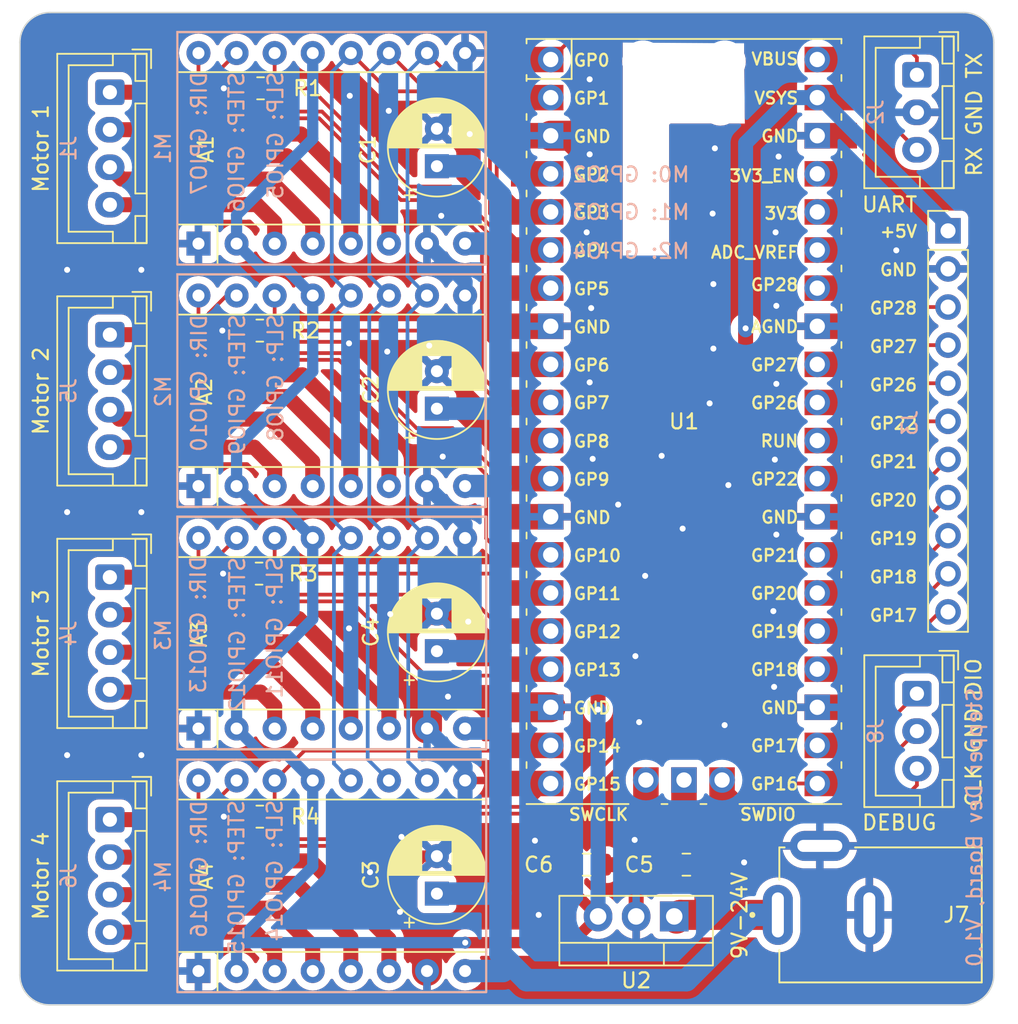
<source format=kicad_pcb>
(kicad_pcb (version 20221018) (generator pcbnew)
  (layers (0 "F.Cu" signal) (31 "B.Cu" signal) (34 "B.Paste" user) (35 "F.Paste" user) (36 "B.SilkS" user "B.Silkscreen") (37 "F.SilkS" user "F.Silkscreen") (38 "B.Mask" user) (39 "F.Mask" user) (44 "Edge.Cuts" user))
  (net 0 "")
  (net 1 "Net-(A2-A2)")
  (net 2 "Net-(A2-A1)")
  (net 3 "VDC")
  (net 4 "Net-(J2-Pin_3)")
  (net 5 "Net-(J2-Pin_1)")
  (net 11 "Net-(J3-Pin_3)")
  (net 12 "Net-(J3-Pin_4)")
  (net 13 "Net-(J3-Pin_5)")
  (net 14 "Net-(A1-A2)")
  (net 15 "Net-(A1-A1)")
  (net 16 "Net-(A1-B1)")
  (net 17 "Net-(A1-B2)")
  (net 18 "GND")
  (net 19 "+5V")
  (net 20 "/M0")
  (net 21 "/M1")
  (net 22 "/M2")
  (net 23 "Net-(A2-B1)")
  (net 24 "Net-(A2-B2)")
  (net 25 "Net-(A3-A2)")
  (net 26 "Net-(A3-A1)")
  (net 27 "Net-(A3-B1)")
  (net 28 "Net-(A3-B2)")
  (net 29 "Net-(A4-A2)")
  (net 30 "Net-(A4-A1)")
  (net 31 "Net-(A4-B1)")
  (net 32 "Net-(A4-B2)")
  (net 33 "/M1_SLP")
  (net 34 "/M1_STEP")
  (net 35 "/M1_DIR")
  (net 36 "/M2_SLP")
  (net 37 "/M2_STEP")
  (net 38 "/M2_DIR")
  (net 39 "/M3_DIR")
  (net 40 "/M3_STEP")
  (net 41 "/M3_SLP")
  (net 42 "/M4_DIR")
  (net 43 "/M4_STEP")
  (net 44 "/M4_SLP")
  (net 45 "Net-(J8-Pin_3)")
  (net 46 "Net-(J3-Pin_6)")
  (net 47 "Net-(J3-Pin_7)")
  (net 48 "Net-(J3-Pin_8)")
  (net 49 "Net-(J3-Pin_9)")
  (net 50 "Net-(J3-Pin_10)")
  (net 51 "Net-(J3-Pin_11)")
  (net 52 "Net-(J8-Pin_1)")
  (net 53 "Net-(J8-Pin_2)")
  (footprint "Resistor_SMD:R_0805_2012Metric_Pad1.20x1.40mm_HandSolder" (layer "F.Cu") (at 145.65 102.4 180)
    (fp_text reference "R4")
    (fp_text value "4.7k")
  )
  (footprint "Capacitor_THT:CP_Radial_D6.3mm_P2.50mm" (layer "F.Cu") (at 157.46 91.369046 90)
    (fp_text reference "C4")
    (fp_text value "100uf")
  )
  (footprint "Package_TO_SOT_THT:TO-220-3_Vertical" (layer "F.Cu") (at 173.29 109.05 180)
    (fp_text reference "U2")
    (fp_text value "L7805")
  )
  (footprint "Connector_JST:JST_XH_B4B-XH-A_1x04_P2.50mm_Vertical" (layer "F.Cu") (at 135.65 54.11 -90)
    (fp_text reference "J1")
    (fp_text value "Motor 1")
  )
  (footprint "Fiducial:Fiducial_1mm_Mask2mm" (layer "F.Cu") (at 131.4 50.4)
    (fp_text reference "FID1" hide)
    (fp_text value "Fiducial")
  )
  (footprint "devboard:GRAVITECH_CON-SOCJ-2155" (layer "F.Cu") (at 186.3 108.95 180)
    (fp_text reference "J7")
    (fp_text value "CON-SOCJ-2155")
  )
  (footprint "Connector_JST:JST_XH_B4B-XH-A_1x04_P2.50mm_Vertical" (layer "F.Cu") (at 135.65 70.273333 -90)
    (fp_text reference "J5")
    (fp_text value "Motor 2")
  )
  (footprint "Module:Pololu_Breakout-16_15.2x20.3mm" (layer "F.Cu") (at 141.56 80.363333 90)
    (fp_text reference "A2")
    (fp_text value "Pololu_Breakout_DRV8825")
  )
  (footprint "Resistor_SMD:R_0805_2012Metric_Pad1.20x1.40mm_HandSolder" (layer "F.Cu") (at 145.6 86.2 180)
    (fp_text reference "R3")
    (fp_text value "4.7k")
  )
  (footprint "Capacitor_THT:CP_Radial_D6.3mm_P2.50mm" (layer "F.Cu") (at 157.46 107.53238 90)
    (fp_text reference "C3")
    (fp_text value "100uf")
  )
  (footprint "Capacitor_SMD:C_0805_2012Metric_Pad1.18x1.45mm_HandSolder" (layer "F.Cu") (at 174.1 105.6 180)
    (fp_text reference "C5")
    (fp_text value "0.33uf")
  )
  (footprint "Connector_JST:JST_XH_B4B-XH-A_1x04_P2.50mm_Vertical" (layer "F.Cu") (at 135.65 102.6 -90)
    (fp_text reference "J6")
    (fp_text value "Motor 4")
  )
  (footprint "Module:Pololu_Breakout-16_15.2x20.3mm" (layer "F.Cu") (at 141.56 64.2 90)
    (fp_text reference "A1")
    (fp_text value "Pololu_Breakout_DRV8825")
  )
  (footprint "Capacitor_THT:CP_Radial_D6.3mm_P2.50mm" (layer "F.Cu") (at 157.46 75.205713 90)
    (fp_text reference "C2")
    (fp_text value "100uf")
  )
  (footprint "Module:Pololu_Breakout-16_15.2x20.3mm" (layer "F.Cu") (at 141.56 96.526666 90)
    (fp_text reference "A3")
    (fp_text value "Pololu_Breakout_DRV8825")
  )
  (footprint "Resistor_SMD:R_0805_2012Metric_Pad1.20x1.40mm_HandSolder" (layer "F.Cu") (at 145.7 53.85 180)
    (fp_text reference "R1")
    (fp_text value "4.7k")
  )
  (footprint "Resistor_SMD:R_0805_2012Metric_Pad1.20x1.40mm_HandSolder" (layer "F.Cu") (at 145.65 70 180)
    (fp_text reference "R2")
    (fp_text value "4.7k")
  )
  (footprint "Capacitor_SMD:C_0805_2012Metric_Pad1.18x1.45mm_HandSolder" (layer "F.Cu") (at 167.45 105.6)
    (fp_text reference "C6")
    (fp_text value "0.1uf")
  )
  (footprint "MCU_RaspberryPi_and_Boards:RPi_Pico_SMD_TH" (layer "F.Cu") (at 173.94 76.06)
    (fp_text reference "U1")
    (fp_text value "Pico")
  )
  (footprint "Fiducial:Fiducial_1mm_Mask2mm" (layer "F.Cu") (at 175.45 60.15)
    (fp_text reference "FID3" hide)
    (fp_text value "Fiducial")
  )
  (footprint "Fiducial:Fiducial_1mm_Mask2mm" (layer "F.Cu") (at 192.5 112.2)
    (fp_text reference "FID2" hide)
    (fp_text value "Fiducial")
  )
  (footprint "Connector_PinHeader_2.54mm:PinHeader_1x11_P2.54mm_Vertical" (layer "F.Cu") (at 191.55 63.35)
    (fp_text reference "J3")
    (fp_text value "Conn_01x11")
  )
  (footprint "Module:Pololu_Breakout-16_15.2x20.3mm" (layer "F.Cu") (at 141.56 112.69 90)
    (fp_text reference "A4")
    (fp_text value "Pololu_Breakout_DRV8825")
  )
  (footprint "Connector_JST:JST_XH_B3B-XH-A_1x03_P2.50mm_Vertical" (layer "F.Cu") (at 189.475 52.95 -90)
    (fp_text reference "J2")
    (fp_text value "UART")
  )
  (footprint "Connector_JST:JST_XH_B4B-XH-A_1x04_P2.50mm_Vertical" (layer "F.Cu") (at 135.65 86.436666 -90)
    (fp_text reference "J4")
    (fp_text value "Motor 3")
  )
  (footprint "Connector_JST:JST_XH_B3B-XH-A_1x03_P2.50mm_Vertical" (layer "F.Cu") (at 189.475 94.2 -90)
    (fp_text reference "J8")
    (fp_text value "DEBUG")
  )
  (footprint "Capacitor_THT:CP_Radial_D6.3mm_P2.50mm" (layer "F.Cu") (at 157.46 59.04238 90)
    (fp_text reference "C1")
    (fp_text value "100uf")
  )
  (gr_rect (start 140.15 98.6) (end 160.75 114.1) (stroke (width 0.15)) (fill none) (layer "B.SilkS"))
  (gr_rect (start 140.15 50.1) (end 160.7 65.6) (stroke (width 0.15)) (fill none) (layer "B.SilkS"))
  (gr_rect (start 140.15 66.25) (end 160.7 81.75) (stroke (width 0.15)) (fill none) (layer "B.SilkS"))
  (gr_rect (start 140.15 82.4) (end 160.75 97.9) (stroke (width 0.15)) (fill none) (layer "B.SilkS"))
  (gr_line (start 194.6 50.8) (end 194.6 112.95) (stroke (width 0.1)) (layer "Edge.Cuts"))
  (gr_arc (start 131.65 114.95) (mid 130.235786 114.364214) (end 129.65 112.95) (stroke (width 0.1)) (layer "Edge.Cuts"))
  (gr_arc (start 129.65 50.8) (mid 130.235786 49.385786) (end 131.65 48.8) (stroke (width 0.1)) (layer "Edge.Cuts"))
  (gr_arc (start 194.6 112.95) (mid 194.014214 114.364214) (end 192.6 114.95) (stroke (width 0.1)) (layer "Edge.Cuts"))
  (gr_line (start 131.65 48.8) (end 192.6 48.8) (stroke (width 0.1)) (layer "Edge.Cuts"))
  (gr_line (start 129.65 112.95) (end 129.65 50.8) (stroke (width 0.1)) (layer "Edge.Cuts"))
  (gr_line (start 192.6 114.95) (end 131.65 114.95) (stroke (width 0.1)) (layer "Edge.Cuts"))
  (gr_arc (start 192.6 48.8) (mid 194.014214 49.385786) (end 194.6 50.8) (stroke (width 0.1)) (layer "Edge.Cuts"))
  (gr_text "Stepper Dev Board, V1.0" (at 193.9 93.7 90) (layer "B.SilkS") (effects (font (size 1 1)) (justify left bottom mirror)))
  (gr_text "GND" (at 188.25 65.95) (layer "F.SilkS") (effects (font (size 0.8 0.8))))
  (gr_text "GP21" (at 187.907143 78.75) (layer "F.SilkS") (effects (font (size 0.8 0.8))))
  (gr_text "+5V" (at 188.25 63.39) (layer "F.SilkS") (effects (font (size 0.8 0.8))))
  (gr_text "GP17" (at 187.907143 88.99) (layer "F.SilkS") (effects (font (size 0.8 0.8))))
  (gr_text "GP19" (at 187.907143 83.87) (layer "F.SilkS") (effects (font (size 0.8 0.8))))
  (gr_text "GP28" (at 187.907143 68.51) (layer "F.SilkS") (effects (font (size 0.8 0.8))))
  (gr_text "GP20" (at 187.907143 81.31) (layer "F.SilkS") (effects (font (size 0.8 0.8))))
  (gr_text "GP27" (at 187.907143 71.07) (layer "F.SilkS") (effects (font (size 0.8 0.8))))
  (gr_text "GP18" (at 187.907143 86.43) (layer "F.SilkS") (effects (font (size 0.8 0.8))))
  (gr_text "GP22" (at 187.907143 76.19) (layer "F.SilkS") (effects (font (size 0.8 0.8))))
  (gr_text "GP26" (at 187.907143 73.63) (layer "F.SilkS") (effects (font (size 0.8 0.8))))
  (segment (start 146.65 79.15) (end 145.273333 77.773333) (width 1) (layer "F.Cu") (net 1))
  (segment (start 146.64 80.363333) (end 146.64 79.16) (width 1) (layer "F.Cu") (net 1))
  (segment (start 145.273333 77.773333) (end 135.65 77.773333) (width 1) (layer "F.Cu") (net 1))
  (segment (start 146.64 79.16) (end 146.65 79.15) (width 1) (layer "F.Cu") (net 1))
  (segment (start 136.276667 75.9) (end 135.65 75.273333) (width 1) (layer "F.Cu") (net 2))
  (segment (start 149.18 80.363333) (end 149.18 78.73) (width 1) (layer "F.Cu") (net 2))
  (segment (start 149.18 78.73) (end 146.35 75.9) (width 1) (layer "F.Cu") (net 2))
  (segment (start 146.35 75.9) (end 136.276667 75.9) (width 1) (layer "F.Cu") (net 2))
  (segment (start 180.2 108.95) (end 175.1 108.95) (width 2) (layer "F.Cu") (net 3))
  (segment (start 173.689886 108.95) (end 173.439943 109.199943) (width 2) (layer "F.Cu") (net 3))
  (segment (start 175.1 108.95) (end 173.689886 108.95) (width 2) (layer "F.Cu") (net 3))
  (segment (start 175.1375 108.9125) (end 175.1 108.95) (width 1) (layer "F.Cu") (net 3))
  (segment (start 175.1375 105.6) (end 175.1375 108.9125) (width 1) (layer "F.Cu") (net 3))
  (segment (start 161.7 107.5) (end 161.7 111.55) (width 1.5) (layer "B.Cu") (net 3))
  (segment (start 161.7 80.4) (end 161.7 91.35) (width 1.5) (layer "B.Cu") (net 3))
  (segment (start 161.7 75.2) (end 161.7 80.4) (width 1.5) (layer "B.Cu") (net 3))
  (segment (start 161.694287 75.205713) (end 161.7 75.2) (width 1.5) (layer "B.Cu") (net 3))
  (segment (start 161.7 96.6) (end 161.7 107.5) (width 1.5) (layer "B.Cu") (net 3))
  (segment (start 157.46 59.04238) (end 159.69238 59.04238) (width 1.5) (layer "B.Cu") (net 3))
  (segment (start 159.34 64.2) (end 161.15 64.2) (width 1.5) (layer "B.Cu") (net 3))
  (segment (start 162.35 112.2) (end 163.45 113.3) (width 1.5) (layer "B.Cu") (net 3))
  (segment (start 159.34 112.69) (end 161.86 112.69) (width 1.5) (layer "B.Cu") (net 3))
  (segment (start 161.15 64.2) (end 161.7 64.75) (width 1.5) (layer "B.Cu") (net 3))
  (segment (start 159.69238 59.04238) (end 161.7 61.05) (width 1.5) (layer "B.Cu") (net 3))
  (segment (start 161.66762 107.53238) (end 161.7 107.5) (width 1.5) (layer "B.Cu") (net 3))
  (segment (start 161.663333 80.363333) (end 161.7 80.4) (width 1.5) (layer "B.Cu") (net 3))
  (segment (start 157.46 91.369046) (end 161.680954 91.369046) (width 1.5) (layer "B.Cu") (net 3))
  (segment (start 157.46 107.53238) (end 161.66762 107.53238) (width 1.5) (layer "B.Cu") (net 3))
  (segment (start 178.45 108.95) (end 180.2 108.95) (width 1.5) (layer "B.Cu") (net 3))
  (segment (start 161.7 111.55) (end 162.35 112.2) (width 1.5) (layer "B.Cu") (net 3))
  (segment (start 161.7 91.35) (end 161.7 96.6) (width 1.5) (layer "B.Cu") (net 3))
  (segment (start 174.1 113.3) (end 178.45 108.95) (width 1.5) (layer "B.Cu") (net 3))
  (segment (start 157.46 75.205713) (end 161.694287 75.205713) (width 1.5) (layer "B.Cu") (net 3))
  (segment (start 159.34 96.526666) (end 161.626666 96.526666) (width 1.5) (layer "B.Cu") (net 3))
  (segment (start 161.7 64.75) (end 161.7 75.2) (width 1.5) (layer "B.Cu") (net 3))
  (segment (start 163.45 113.3) (end 174.1 113.3) (width 1.5) (layer "B.Cu") (net 3))
  (segment (start 161.7 61.05) (end 161.7 64.75) (width 1.5) (layer "B.Cu") (net 3))
  (segment (start 161.626666 96.526666) (end 161.7 96.6) (width 1.5) (layer "B.Cu") (net 3))
  (segment (start 161.680954 91.369046) (end 161.7 91.35) (width 1.5) (layer "B.Cu") (net 3))
  (segment (start 159.34 80.363333) (end 161.663333 80.363333) (width 1.5) (layer "B.Cu") (net 3))
  (segment (start 161.86 112.69) (end 162.35 112.2) (width 1.5) (layer "B.Cu") (net 3))
  (segment (start 165.05 51.93) (end 166.88 50.1) (width 0.25) (layer "F.Cu") (net 4))
  (segment (start 186.15 50.1) (end 186.95 50.9) (width 0.25) (layer "F.Cu") (net 4))
  (segment (start 166.88 50.1) (end 186.15 50.1) (width 0.25) (layer "F.Cu") (net 4))
  (segment (start 186.95 55.425) (end 189.475 57.95) (width 0.25) (layer "F.Cu") (net 4))
  (segment (start 186.95 50.9) (end 186.95 55.425) (width 0.25) (layer "F.Cu") (net 4))
  (segment (start 189.475 57.95) (end 189.525 57.9) (width 0.25) (layer "F.Cu") (net 4))
  (segment (start 189.475 51.8) (end 189.475 52.95) (width 0.25) (layer "F.Cu") (net 5))
  (segment (start 162.55 49.65) (end 187.325 49.65) (width 0.25) (layer "F.Cu") (net 5))
  (segment (start 165.05 54.47) (end 162.17 54.47) (width 0.25) (layer "F.Cu") (net 5))
  (segment (start 161.75 50.45) (end 162.55 49.65) (width 0.25) (layer "F.Cu") (net 5))
  (segment (start 161.75 54.05) (end 161.75 50.45) (width 0.25) (layer "F.Cu") (net 5))
  (segment (start 162.17 54.47) (end 161.75 54.05) (width 0.25) (layer "F.Cu") (net 5))
  (segment (start 187.325 49.65) (end 189.475 51.8) (width 0.25) (layer "F.Cu") (net 5))
  (segment (start 182.83 67.17) (end 188.82 67.17) (width 0.25) (layer "F.Cu") (net 11))
  (segment (start 188.82 67.17) (end 190.08 68.43) (width 0.25) (layer "F.Cu") (net 11))
  (segment (start 190.08 68.43) (end 191.55 68.43) (width 0.25) (layer "F.Cu") (net 11))
  (segment (start 188.3 72.25) (end 189.58 70.97) (width 0.25) (layer "F.Cu") (net 12))
  (segment (start 189.58 70.97) (end 191.55 70.97) (width 0.25) (layer "F.Cu") (net 12))
  (segment (start 182.83 72.25) (end 188.3 72.25) (width 0.25) (layer "F.Cu") (net 12))
  (segment (start 182.83 74.79) (end 187.86 74.79) (width 0.25) (layer "F.Cu") (net 13))
  (segment (start 187.86 74.79) (end 189.14 73.51) (width 0.25) (layer "F.Cu") (net 13))
  (segment (start 189.14 73.51) (end 191.55 73.51) (width 0.25) (layer "F.Cu") (net 13))
  (segment (start 145.45 61.6) (end 146.64 62.79) (width 1) (layer "F.Cu") (net 14))
  (segment (start 146.64 62.79) (end 146.64 64.2) (width 1) (layer "F.Cu") (net 14))
  (segment (start 135.65 61.61) (end 144.69 61.61) (width 1) (layer "F.Cu") (net 14))
  (segment (start 144.69 61.61) (end 144.7 61.6) (width 1) (layer "F.Cu") (net 14))
  (segment (start 144.7 61.6) (end 145.45 61.6) (width 1) (layer "F.Cu") (net 14))
  (segment (start 149.18 64.2) (end 149.18 62.83) (width 1) (layer "F.Cu") (net 15))
  (segment (start 149.18 62.83) (end 146.25 59.9) (width 1) (layer "F.Cu") (net 15))
  (segment (start 136.44 59.9) (end 135.65 59.11) (width 1) (layer "F.Cu") (net 15))
  (segment (start 146.25 59.9) (end 136.44 59.9) (width 1) (layer "F.Cu") (net 15))
  (segment (start 147.45 58.35) (end 140.3 58.35) (width 1) (layer "F.Cu") (net 16))
  (segment (start 138.56 56.61) (end 135.65 56.61) (width 1) (layer "F.Cu") (net 16))
  (segment (start 140.3 58.35) (end 138.56 56.61) (width 1) (layer "F.Cu") (net 16))
  (segment (start 151.72 62.62) (end 147.45 58.35) (width 1) (layer "F.Cu") (net 16))
  (segment (start 151.72 64.2) (end 151.72 62.62) (width 1) (layer "F.Cu") (net 16))
  (segment (start 141.25 56.9) (end 138.46 54.11) (width 1) (layer "F.Cu") (net 17))
  (segment (start 138.46 54.11) (end 135.65 54.11) (width 1) (layer "F.Cu") (net 17))
  (segment (start 154.26 62.76) (end 148.4 56.9) (width 1) (layer "F.Cu") (net 17))
  (segment (start 148.4 56.9) (end 141.25 56.9) (width 1) (layer "F.Cu") (net 17))
  (segment (start 154.26 64.2) (end 154.26 62.76) (width 1) (layer "F.Cu") (net 17))
  (segment (start 157.46 88.869046) (end 159.019046 88.869046) (width 1.5) (layer "F.Cu") (net 18))
  (segment (start 159.019046 88.869046) (end 159.55 89.4) (width 1.5) (layer "F.Cu") (net 18))
  (segment (start 155.65 111.54) (end 155.65 109.4) (width 0.75) (layer "F.Cu") (net 18))
  (segment (start 166.41 57.01) (end 167.65 58.25) (width 2) (layer "F.Cu") (net 18))
  (segment (start 155.65 105.9) (end 156.51762 105.03238) (width 0.75) (layer "F.Cu") (net 18))
  (segment (start 156.51762 105.03238) (end 157.46 105.03238) (width 0.75) (layer "F.Cu") (net 18))
  (segment (start 182.83 57.01) (end 184.44 57.01) (width 0.25) (layer "F.Cu") (net 18))
  (segment (start 186.1 57) (end 188.75 59.65) (width 0.25) (layer "F.Cu") (net 18))
  (segment (start 165.05 57.01) (end 166.41 57.01) (width 2) (layer "F.Cu") (net 18))
  (segment (start 156.8 112.69) (end 155.65 111.54) (width 0.75) (layer "F.Cu") (net 18))
  (segment (start 191.15 59.65) (end 191.75 59.05) (width 0.25) (layer "F.Cu") (net 18))
  (segment (start 191.75 55.65) (end 191.55 55.45) (width 0.25) (layer "F.Cu") (net 18))
  (segment (start 191.75 59.05) (end 191.75 55.65) (width 0.25) (layer "F.Cu") (net 18))
  (segment (start 160.35 94.4) (end 158.2 94.4) (width 1) (layer "F.Cu") (net 18))
  (segment (start 161.7 95.11) (end 161.06 95.11) (width 1) (layer "F.Cu") (net 18))
  (segment (start 156.8 112.69) (end 156.8 110.55) (width 2) (layer "F.Cu") (net 18))
  (segment (start 155.65 109.4) (end 155 108.75) (width 0.75) (layer "F.Cu") (net 18))
  (segment (start 191.55 55.45) (end 189.475 55.45) (width 0.25) (layer "F.Cu") (net 18))
  (segment (start 144.7 53.85) (end 143.25 53.85) (width 0.25) (layer "F.Cu") (net 18))
  (segment (start 143.2 86.2) (end 144.6 86.2) (width 0.25) (layer "F.Cu") (net 18))
  (segment (start 144.65 70) (end 143.15 70) (width 0.25) (layer "F.Cu") (net 18))
  (segment (start 184.45 57) (end 186.1 57) (width 0.25) (layer "F.Cu") (net 18))
  (segment (start 165.05 95.11) (end 161.7 95.11) (width 2) (layer "F.Cu") (net 18))
  (segment (start 170.75 105.75) (end 170.9 105.6) (width 1) (layer "F.Cu") (net 18))
  (segment (start 170.9 105.6) (end 173.0625 105.6) (width 1) (layer "F.Cu") (net 18))
  (segment (start 154.380954 88.869046) (end 154.35 88.9) (width 1.5) (layer "F.Cu") (net 18))
  (segment (start 144.65 102.4) (end 143.25 102.4) (width 0.25) (layer "F.Cu") (net 18))
  (segment (start 157.46 88.869046) (end 154.380954 88.869046) (width 1.5) (layer "F.Cu") (net 18))
  (segment (start 156.8 94.7) (end 156.8 95.3) (width 1) (layer "F.Cu") (net 18))
  (segment (start 157.1 94.4) (end 156.8 94.7) (width 1) (layer "F.Cu") (net 18))
  (segment (start 168.4875 105.6) (end 170.9 105.6) (width 1) (layer "F.Cu") (net 18))
  (segment (start 188.75 59.65) (end 191.15 59.65) (width 0.25) (layer "F.Cu") (net 18))
  (segment (start 161.06 95.11) (end 160.35 94.4) (width 1) (layer "F.Cu") (net 18))
  (segment (start 170.75 109.05) (end 170.75 105.75) (width 1) (layer "F.Cu") (net 18))
  (segment (start 155.65 108.1) (end 155.65 105.9) (width 0.75) (layer "F.Cu") (net 18))
  (segment (start 155 108.75) (end 155.65 108.1) (width 0.75) (layer "F.Cu") (net 18))
  (segment (start 184.44 57.01) (end 184.45 57) (width 0.25) (layer "F.Cu") (net 18))
  (segment (start 156.8 96.526666) (end 156.8 95.3) (width 2) (layer "F.Cu") (net 18))
  (segment (start 158.2 94.4) (end 157.1 94.4) (width 1) (layer "F.Cu") (net 18))
  (via (at 167.65 73.45) (size 0.8) (drill 0.4) (layers "F.Cu" "B.Cu") (net 18))
  (via (at 180 78.6) (size 0.8) (drill 0.4) (layers "F.Cu" "B.Cu") (net 18))
  (via (at 132.8 82.1) (size 0.8) (drill 0.4) (layers "F.Cu" "B.Cu") (net 18))
  (via (at 176.9 80.3) (size 0.8) (drill 0.4) (layers "F.Cu" "B.Cu") (net 18))
  (via (at 179.95 93.75) (size 0.8) (drill 0.4) (layers "F.Cu" "B.Cu") (net 18))
  (via (at 151.6 89.85) (size 0.8) (drill 0.4) (layers "F.Cu" "B.Cu") (net 18))
  (via (at 153 106.1) (size 0.8) (drill 0.4) (layers "F.Cu" "B.Cu") (net 18))
  (via (at 143.25 102.4) (size 0.8) (drill 0.4) (layers "F.Cu" "B.Cu") (net 18))
  (via (at 132.8 98.3) (size 0.8) (drill 0.4) (layers "F.Cu" "B.Cu") (net 18))
  (via (at 157.85 78.4) (size 0.8) (drill 0.4) (layers "F.Cu" "B.Cu") (net 18))
  (via (at 170.65 103.95) (size 0.8) (drill 0.4) (layers "F.Cu" "B.Cu") (net 18))
  (via (at 188.1 64.65) (size 0.8) (drill 0.4) (layers "F.Cu" "B.Cu") (net 18))
  (via (at 171.35 86.35) (size 0.8) (drill 0.4) (layers "F.Cu" "B.Cu") (net 18))
  (via (at 176 57.85) (size 0.8) (drill 0.4) (layers "F.Cu" "B.Cu") (net 18))
  (via (at 143.25 53.85) (size 0.8) (drill 0.4) (layers "F.Cu" "B.Cu") (net 18))
  (via (at 137.75 98.3) (size 0.8) (drill 0.4) (layers "F.Cu" "B.Cu") (net 18))
  (via (at 167.75 68.5) (size 0.8) (drill 0.4) (layers "F.Cu" "B.Cu") (net 18))
  (via (at 179.9 88.7) (size 0.8) (drill 0.4) (layers "F.Cu" "B.Cu") (net 18))
  (via (at 175.9 71.2) (size 0.8) (drill 0.4) (layers "F.Cu" "B.Cu") (net 18))
  (via (at 157.75 62.35) (size 0.8) (drill 0.4) (layers "F.Cu" "B.Cu") (net 18))
  (via (at 155.1 103.75) (size 0.8) (drill 0.4) (layers "F.Cu" "B.Cu") (net 18))
  (via (at 158.2 94.4) (size 0.8) (drill 0.4) (layers "F.Cu" "B.Cu") (net 18))
  (via (at 180.1 73.55) (size 0.8) (drill 0.4) (layers "F.Cu" "B.Cu") (net 18))
  (via (at 170.7 91.7) (size 0.8) (drill 0.4) (layers "F.Cu" "B.Cu") (net 18))
  (via (at 137.75 65.95) (size 0.8) (drill 0.4) (layers "F.Cu" "B.Cu") (net 18))
  (via (at 175.9 66.9) (size 0.8) (drill 0.4) (layers "F.Cu" "B.Cu") (net 18))
  (via (at 164 104) (size 0.8) (drill 0.4) (layers "F.Cu" "B.Cu") (net 18))
  (via (at 167.65 53.25) (size 0.8) (drill 0.4) (layers "F.Cu" "B.Cu") (net 18))
  (via (at 154.35 88.9) (size 0.8) (drill 0.4) (layers "F.Cu" "B.Cu") (net 18))
  (via (at 175.65 74.85) (size 0.8) (drill 0.4) (layers "F.Cu" "B.Cu") (net 18))
  (via (at 180.05 63.45) (size 0.8) (drill 0.4) (layers "F.Cu" "B.Cu") (net 18))
  (via (at 173.85 83.2) (size 0.8) (drill 0.4) (layers "F.Cu" "B.Cu") (net 18))
  (via (at 180.25 58.4) (size 0.8) (drill 0.4) (layers "F.Cu" "B.Cu") (net 18))
  (via (at 159.65 56.9) (size 0.8) (drill 0.4) (layers "F.Cu" "B.Cu") (net 18))
  (via (at 172.45 78.35) (size 0.8) (drill 0.4) (layers "F.Cu" "B.Cu") (net 18))
  (via (at 132.8 65.95) (size 0.8) (drill 0.4) (layers "F.Cu" "B.Cu") (net 18))
  (via (at 167.65 58.25) (size 0.8) (drill 0.4) (layers "F.Cu" "B.Cu") (net 18))
  (via (at 137.75 82.1) (size 0.8) (drill 0.4) (layers "F.Cu" "B.Cu") (net 18))
  (via (at 180.1 83.6) (size 0.8) (drill 0.4) (layers "F.Cu" "B.Cu") (net 18))
  (via (at 151.65 54.35) (size 0.8) (drill 0.4) (layers "F.Cu" "B.Cu") (net 18))
  (via (at 170.95 96.1) (size 0.8) (drill 0.4) (layers "F.Cu" "B.Cu") (net 18))
  (via (at 175.85 62.2) (size 0.8) (drill 0.4) (layers "F.Cu" "B.Cu") (net 18))
  (via (at 156.95 71) (size 0.8) (drill 0.4) (layers "F.Cu" "B.Cu") (net 18))
  (via (at 167.85 78.55) (size 0.8) (drill 0.4) (layers "F.Cu" "B.Cu") (net 18))
  (via (at 154.25 55.35) (size 0.8) (drill 0.4) (layers "F.Cu" "B.Cu") (net 18))
  (via (at 169.55 81.6) (size 0.8) (drill 0.4) (layers "F.Cu" "B.Cu") (net 18))
  (via (at 177.95 105.45) (size 0.8) (drill 0.4) (layers "F.Cu" "B.Cu") (net 18))
  (via (at 176.65 96.3) (size 0.8) (drill 0.4) (layers "F.Cu" "B.Cu") (net 18))
  (via (at 151.6 70.85) (size 0.8) (drill 0.4) (layers "F.Cu" "B.Cu") (net 18))
  (via (at 167.45 63.45) (size 0.8) (drill 0.4) (layers "F.Cu" "B.Cu") (net 18))
  (via (at 164.25 108.95) (size 0.8) (drill 0.4) (layers "F.Cu" "B.Cu") (net 18))
  (via (at 143.15 70) (size 0.8) (drill 0.4) (layers "F.Cu" "B.Cu") (net 18))
  (via (at 143.2 86.2) (size 0.8) (drill 0.4) (layers "F.Cu" "B.Cu") (net 18))
  (via (at 159.55 89.4) (size 0.8) (drill 0.4) (layers "F.Cu" "B.Cu") (net 18))
  (via (at 180.1 68.35) (size 0.8) (drill 0.4) (layers "F.Cu" "B.Cu") (net 18))
  (via (at 155 108.75) (size 0.8) (drill 0.4) (layers "F.Cu" "B.Cu") (net 18))
  (via (at 154.15 71.4) (size 0.8) (drill 0.4) (layers "F.Cu" "B.Cu") (net 18))
  (segment (start 159.34 83.826666) (end 159.34 86.989046) (width 1) (layer "B.Cu") (net 18))
  (segment (start 159.34 86.989046) (end 157.46 88.869046) (width 1) (layer "B.Cu") (net 18))
  (segment (start 159.2 70.95) (end 159.34 70.81) (width 1) (layer "B.Cu") (net 18))
  (segment (start 159.20238 54.8) (end 159.3 54.8) (width 1) (layer "B.Cu") (net 18))
  (segment (start 159.34 82.903333) (end 156.8 80.363333) (width 1) (layer "B.Cu") (net 18))
  (segment (start 157.46 56.54238) (end 159.20238 54.8) (width 1) (layer "B.Cu") (net 18))
  (segment (start 159.34 99.066666) (end 156.8 96.526666) (width 1) (layer "B.Cu") (net 18))
  (segment (start 159.34 67.663333) (end 159.34 66.74) (width 1) (layer "B.Cu") (net 18))
  (segment (start 157.46 72.705713) (end 159.2 70.965713) (width 1) (layer "B.Cu") (net 18))
  (segment (start 159.34 99.99) (end 159.34 103.15238) (width 1) (layer "B.Cu") (net 18))
  (segment (start 159.34 103.15238) (end 157.46 105.03238) (width 1) (layer "B.Cu") (net 18))
  (segment (start 159.34 66.74) (end 156.8 64.2) (width 1) (layer "B.Cu") (net 18))
  (segment (start 159.34 99.99) (end 159.34 99.066666) (width 1) (layer "B.Cu") (net 18))
  (segment (start 159.2 70.965713) (end 159.2 70.95) (width 1) (layer "B.Cu") (net 18))
  (segment (start 159.34 83.826666) (end 159.34 82.903333) (width 1) (layer "B.Cu") (net 18))
  (segment (start 159.34 70.81) (end 159.34 67.663333) (width 1) (layer "B.Cu") (net 18))
  (segment (start 159.3 54.8) (end 159.34 54.76) (width 1) (layer "B.Cu") (net 18))
  (segment (start 159.34 54.76) (end 159.34 51.5) (width 1) (layer "B.Cu") (net 18))
  (segment (start 178.05 69.85) (end 178.05 76.1) (width 1) (layer "F.Cu") (net 19))
  (segment (start 166.4125 105.6) (end 166.4125 107.2525) (width 0.75) (layer "F.Cu") (net 19))
  (segment (start 178.05 76.1) (end 168.21 85.94) (width 1) (layer "F.Cu") (net 19))
  (segment (start 166.4125 107.2525) (end 168.21 109.05) (width 0.75) (layer "F.Cu") (net 19))
  (segment (start 168.21 85.94) (end 168.21 95.26) (width 1) (layer "F.Cu") (net 19))
  (segment (start 166.46 110.8) (end 168.21 109.05) (width 0.75) (layer "F.Cu") (net 19))
  (segment (start 159.35 110.8) (end 166.46 110.8) (width 0.75) (layer "F.Cu") (net 19))
  (via (at 178.05 69.85) (size 0.8) (drill 0.4) (layers "F.Cu" "B.Cu") (net 19))
  (via (at 168.21 95.26) (size 0.8) (drill 0.4) (layers "F.Cu" "B.Cu") (net 19))
  (via (at 159.35 110.8) (size 0.8) (drill 0.4) (layers "F.Cu" "B.Cu") (net 19))
  (segment (start 149.18 57.22) (end 149.18 51.5) (width 0.75) (layer "B.Cu") (net 19))
  (segment (start 159.35 110.8) (end 144.5 110.8) (width 0.75) (layer "B.Cu") (net 19))
  (segment (start 191.55 63.35) (end 192 63.35) (width 0.75) (layer "B.Cu") (net 19))
  (segment (start 146.225 60.175) (end 149.18 57.22) (width 0.75) (layer "B.Cu") (net 19))
  (segment (start 144.1 111.2) (end 144.1 110.8) (width 0.75) (layer "B.Cu") (net 19))
  (segment (start 144.1 64.2) (end 145.8 65.9) (width 0.75) (layer "B.Cu") (net 19))
  (segment (start 144.1 110.8) (end 149.18 105.72) (width 0.75) (layer "B.Cu") (net 19))
  (segment (start 147.44 98.25) (end 149.18 99.99) (width 0.75) (layer "B.Cu") (net 19))
  (segment (start 149.18 72.72) (end 149.18 67.663333) (width 0.75) (layer "B.Cu") (net 19))
  (segment (start 144.1 77.8) (end 149.18 72.72) (width 0.75) (layer "B.Cu") (net 19))
  (segment (start 178.05 57.5) (end 181.08 54.47) (width 1) (layer "B.Cu") (net 19))
  (segment (start 144.1 62.3) (end 144.1 64.2) (width 0.75) (layer "B.Cu") (net 19))
  (segment (start 182.83 54.47) (end 183.02 54.47) (width 1) (layer "B.Cu") (net 19))
  (segment (start 144.1 80.363333) (end 145.786667 82.05) (width 0.75) (layer "B.Cu") (net 19))
  (segment (start 147.416667 65.9) (end 149.18 67.663333) (width 0.75) (layer "B.Cu") (net 19))
  (segment (start 144.1 80.363333) (end 144.1 77.8) (width 0.75) (layer "B.Cu") (net 19))
  (segment (start 191.5 63.3) (end 191.55 63.35) (width 0.75) (layer "B.Cu") (net 19))
  (segment (start 145.786667 82.05) (end 147.403334 82.05) (width 0.75) (layer "B.Cu") (net 19))
  (segment (start 144.5 110.8) (end 144.1 111.2) (width 0.75) (layer "B.Cu") (net 19))
  (segment (start 149.18 105.72) (end 149.18 99.99) (width 0.75) (layer "B.Cu") (net 19))
  (segment (start 149.18 89.22) (end 149.18 83.826666) (width 0.75) (layer "B.Cu") (net 19))
  (segment (start 147.403334 82.05) (end 149.18 83.826666) (width 0.75) (layer "B.Cu") (net 19))
  (segment (start 144.1 112.69) (end 144.1 111.2) (width 0.75) (layer "B.Cu") (net 19))
  (segment (start 145.8 65.9) (end 147.416667 65.9) (width 0.75) (layer "B.Cu") (net 19))
  (segment (start 181.08 54.47) (end 182.83 54.47) (width 1) (layer "B.Cu") (net 19))
  (segment (start 178.05 69.85) (end 178.05 57.5) (width 1) (layer "B.Cu") (net 19))
  (segment (start 178.05 69.95) (end 178.05 69.85) (width 1) (layer "B.Cu") (net 19))
  (segment (start 146.225 60.175) (end 144.1 62.3) (width 0.75) (layer "B.Cu") (net 19))
  (segment (start 144.1 96.526666) (end 145.823334 98.25) (width 0.75) (layer "B.Cu") (net 19))
  (segment (start 191.55 63) (end 191.55 63.35) (width 1) (layer "B.Cu") (net 19))
  (segment (start 168.21 95.26) (end 168.21 109.05) (width 1) (layer "B.Cu") (net 19))
  (segment (start 144.1 94.3) (end 149.18 89.22) (width 0.75) (layer "B.Cu") (net 19))
  (segment (start 145.823334 98.25) (end 147.44 98.25) (width 0.75) (layer "B.Cu") (net 19))
  (segment (start 183.02 54.47) (end 191.55 63) (width 1) (layer "B.Cu") (net 19))
  (segment (start 144.1 96.526666) (end 144.1 94.3) (width 0.75) (layer "B.Cu") (net 19))
  (segment (start 163.44 59.55) (end 165.05 59.55) (width 0.25) (layer "F.Cu") (net 20))
  (segment (start 161.9 58.01) (end 163.44 59.55) (width 0.25) (layer "F.Cu") (net 20))
  (segment (start 156.8 51.5) (end 158.45 53.15) (width 0.25) (layer "F.Cu") (net 20))
  (segment (start 158.45 53.15) (end 160.172792 53.15) (width 0.25) (layer "F.Cu") (net 20))
  (segment (start 161.9 54.877208) (end 161.9 58.01) (width 0.25) (layer "F.Cu") (net 20))
  (segment (start 160.172792 53.15) (end 161.9 54.877208) (width 0.25) (layer "F.Cu") (net 20))
  (segment (start 155.55 85.076666) (end 155.55 98.74) (width 0.25) (layer "B.Cu") (net 20))
  (segment (start 156.8 51.5) (end 155.5 52.8) (width 0.25) (layer "B.Cu") (net 20))
  (segment (start 155.5 66.363333) (end 156.8 67.663333) (width 0.25) (layer "B.Cu") (net 20))
  (segment (start 155.55 98.74) (end 156.8 99.99) (width 0.25) (layer "B.Cu") (net 20))
  (segment (start 155.5 52.8) (end 155.5 66.363333) (width 0.25) (layer "B.Cu") (net 20))
  (segment (start 156.8 67.663333) (end 155.5 68.963333) (width 0.25) (layer "B.Cu") (net 20))
  (segment (start 155.5 68.963333) (end 155.5 82.526666) (width 0.25) (layer "B.Cu") (net 20))
  (segment (start 156.8 83.826666) (end 155.55 85.076666) (width 0.25) (layer "B.Cu") (net 20))
  (segment (start 155.5 82.526666) (end 156.8 83.826666) (width 0.25) (layer "B.Cu") (net 20))
  (segment (start 163.44 62.09) (end 165.05 62.09) (width 0.25) (layer "F.Cu") (net 21))
  (segment (start 156.36 53.6) (end 159.986396 53.6) (width 0.25) (layer "F.Cu") (net 21))
  (segment (start 161.45 60.1) (end 163.44 62.09) (width 0.25) (layer "F.Cu") (net 21))
  (segment (start 161.45 55.063604) (end 161.45 60.1) (width 0.25) (layer "F.Cu") (net 21))
  (segment (start 154.26 51.5) (end 156.36 53.6) (width 0.25) (layer "F.Cu") (net 21))
  (segment (start 159.986396 53.6) (end 161.45 55.063604) (width 0.25) (layer "F.Cu") (net 21))
  (segment (start 152.95 82.516666) (end 154.26 83.826666) (width 0.25) (layer "B.Cu") (net 21))
  (segment (start 154.26 67.663333) (end 152.95 68.973333) (width 0.25) (layer "B.Cu") (net 21))
  (segment (start 152.95 66.353333) (end 154.26 67.663333) (width 0.25) (layer "B.Cu") (net 21))
  (segment (start 154.26 83.826666) (end 152.845 85.241666) (width 0.25) (layer "B.Cu") (net 21))
  (segment (start 154.26 51.5) (end 152.95 52.81) (width 0.25) (layer "B.Cu") (net 21))
  (segment (start 152.845 98.575) (end 154.26 99.99) (width 0.25) (layer "B.Cu") (net 21))
  (segment (start 152.845 85.241666) (end 152.845 98.575) (width 0.25) (layer "B.Cu") (net 21))
  (segment (start 152.95 52.81) (end 152.95 66.353333) (width 0.25) (layer "B.Cu") (net 21))
  (segment (start 152.95 68.973333) (end 152.95 82.516666) (width 0.25) (layer "B.Cu") (net 21))
  (segment (start 159.8 54.05) (end 161 55.25) (width 0.25) (layer "F.Cu") (net 22))
  (segment (start 154.27 54.05) (end 159.8 54.05) (width 0.25) (layer "F.Cu") (net 22))
  (segment (start 151.72 51.5) (end 154.27 54.05) (width 0.25) (layer "F.Cu") (net 22))
  (segment (start 161 55.25) (end 161 62.19) (width 0.25) (layer "F.Cu") (net 22))
  (segment (start 161 62.19) (end 163.44 64.63) (width 0.25) (layer "F.Cu") (net 22))
  (segment (start 163.44 64.63) (end 165.05 64.63) (width 0.25) (layer "F.Cu") (net 22))
  (segment (start 150.595 98.865) (end 151.72 99.99) (width 0.25) (layer "B.Cu") (net 22))
  (segment (start 150.45 52.77) (end 150.45 66.393333) (width 0.25) (layer "B.Cu") (net 22))
  (segment (start 151.72 51.5) (end 150.45 52.77) (width 0.25) (layer "B.Cu") (net 22))
  (segment (start 151.72 83.826666) (end 150.595 84.951666) (width 0.25) (layer "B.Cu") (net 22))
  (segment (start 150.45 68.933333) (end 150.45 82.556666) (width 0.25) (layer "B.Cu") (net 22))
  (segment (start 151.72 67.663333) (end 150.45 68.933333) (width 0.25) (layer "B.Cu") (net 22))
  (segment (start 150.45 82.556666) (end 151.72 83.826666) (width 0.25) (layer "B.Cu") (net 22))
  (segment (start 150.45 66.393333) (end 151.72 67.663333) (width 0.25) (layer "B.Cu") (net 22))
  (segment (start 150.595 84.951666) (end 150.595 98.865) (width 0.25) (layer "B.Cu") (net 22))
  (segment (start 147.5 74.4) (end 151.72 78.62) (width 1) (layer "F.Cu") (net 23))
  (segment (start 137.773333 72.773333) (end 139.4 74.4) (width 1) (layer "F.Cu") (net 23))
  (segment (start 151.72 78.62) (end 151.72 80.363333) (width 1) (layer "F.Cu") (net 23))
  (segment (start 135.65 72.773333) (end 137.773333 72.773333) (width 1) (layer "F.Cu") (net 23))
  (segment (start 139.4 74.4) (end 147.5 74.4) (width 1) (layer "F.Cu") (net 23))
  (segment (start 141.4 72.95) (end 138.723333 70.273333) (width 1) (layer "F.Cu") (net 24))
  (segment (start 148.5 72.95) (end 141.4 72.95) (width 1) (layer "F.Cu") (net 24))
  (segment (start 154.26 78.71) (end 148.5 72.95) (width 1) (layer "F.Cu") (net 24))
  (segment (start 138.723333 70.273333) (end 135.65 70.273333) (width 1) (layer "F.Cu") (net 24))
  (segment (start 154.26 80.363333) (end 154.26 78.71) (width 1) (layer "F.Cu") (net 24))
  (segment (start 146.64 95.04) (end 146.64 96.526666) (width 1) (layer "F.Cu") (net 25))
  (segment (start 145.7 94.1) (end 146.64 95.04) (width 1) (layer "F.Cu") (net 25))
  (segment (start 135.813334 94.1) (end 145.7 94.1) (width 1) (layer "F.Cu") (net 25))
  (segment (start 135.65 93.936666) (end 135.813334 94.1) (width 1) (layer "F.Cu") (net 25))
  (segment (start 138.136666 91.436666) (end 135.65 91.436666) (width 1) (layer "F.Cu") (net 26))
  (segment (start 139.1 92.4) (end 138.136666 91.436666) (width 1) (layer "F.Cu") (net 26))
  (segment (start 149.18 95.08) (end 146.5 92.4) (width 1) (layer "F.Cu") (net 26))
  (segment (start 146.5 92.4) (end 139.1 92.4) (width 1) (layer "F.Cu") (net 26))
  (segment (start 149.18 96.526666) (end 149.18 95.08) (width 1) (layer "F.Cu") (net 26))
  (segment (start 139.95 90.75) (end 147.5 90.75) (width 1) (layer "F.Cu") (net 27))
  (segment (start 151.72 94.97) (end 151.72 96.526666) (width 1) (layer "F.Cu") (net 27))
  (segment (start 135.65 88.936666) (end 138.136666 88.936666) (width 1) (layer "F.Cu") (net 27))
  (segment (start 138.136666 88.936666) (end 139.95 90.75) (width 1) (layer "F.Cu") (net 27))
  (segment (start 147.5 90.75) (end 151.72 94.97) (width 1) (layer "F.Cu") (net 27))
  (segment (start 148.25 89.2) (end 142.9 89.2) (width 1) (layer "F.Cu") (net 28))
  (segment (start 154.26 96.526666) (end 154.26 95.21) (width 1) (layer "F.Cu") (net 28))
  (segment (start 140.136666 86.436666) (end 135.65 86.436666) (width 1) (layer "F.Cu") (net 28))
  (segment (start 154.26 95.21) (end 148.25 89.2) (width 1) (layer "F.Cu") (net 28))
  (segment (start 142.9 89.2) (end 140.136666 86.436666) (width 1) (layer "F.Cu") (net 28))
  (segment (start 145.35 110.1) (end 146.64 111.39) (width 1) (layer "F.Cu") (net 29))
  (segment (start 135.65 110.1) (end 145.35 110.1) (width 1) (layer "F.Cu") (net 29))
  (segment (start 146.64 111.39) (end 146.64 112.69) (width 1) (layer "F.Cu") (net 29))
  (segment (start 140.35 107.6) (end 141.25 108.5) (width 1) (layer "F.Cu") (net 30))
  (segment (start 141.25 108.5) (end 146.65 108.5) (width 1) (layer "F.Cu") (net 30))
  (segment (start 135.65 107.6) (end 140.35 107.6) (width 1) (layer "F.Cu") (net 30))
  (segment (start 146.65 108.5) (end 149.18 111.03) (width 1) (layer "F.Cu") (net 30))
  (segment (start 149.18 111.03) (end 149.18 112.69) (width 1) (layer "F.Cu") (net 30))
  (segment (start 140.05 105.1) (end 141.8 106.85) (width 1) (layer "F.Cu") (net 31))
  (segment (start 148.1 106.85) (end 151.72 110.47) (width 1) (layer "F.Cu") (net 31))
  (segment (start 141.8 106.85) (end 148.1 106.85) (width 1) (layer "F.Cu") (net 31))
  (segment (start 135.65 105.1) (end 140.05 105.1) (width 1) (layer "F.Cu") (net 31))
  (segment (start 151.72 110.47) (end 151.72 112.69) (width 1) (layer "F.Cu") (net 31))
  (segment (start 142.6 105.35) (end 139.85 102.6) (width 1) (layer "F.Cu") (net 32))
  (segment (start 149.05 105.35) (end 142.6 105.35) (width 1) (layer "F.Cu") (net 32))
  (segment (start 154.26 112.69) (end 154.26 110.56) (width 1) (layer "F.Cu") (net 32))
  (segment (start 139.85 102.6) (end 135.65 102.6) (width 1) (layer "F.Cu") (net 32))
  (segment (start 154.26 110.56) (end 149.05 105.35) (width 1) (layer "F.Cu") (net 32))
  (segment (start 155.6 60.4) (end 158.403783 60.4) (width 0.25) (layer "F.Cu") (net 33))
  (segment (start 146.7 53.85) (end 149.05 53.85) (width 0.25) (layer "F.Cu") (net 33))
  (segment (start 161.365 63.361217) (end 161.365 65.865) (width 0.25) (layer "F.Cu") (net 33))
  (segment (start 149.05 53.85) (end 155.6 60.4) (width 0.25) (layer "F.Cu") (net 33))
  (segment (start 146.64 53.79) (end 146.7 53.85) (width 0.25) (layer "F.Cu") (net 33))
  (segment (start 158.403783 60.4) (end 161.365 63.361217) (width 0.25) (layer "F.Cu") (net 33))
  (segment (start 162.67 67.17) (end 165.05 67.17) (width 0.25) (layer "F.Cu") (net 33))
  (segment (start 146.64 51.5) (end 146.64 53.79) (width 0.25) (layer "F.Cu") (net 33))
  (segment (start 161.365 65.865) (end 162.67 67.17) (width 0.25) (layer "F.Cu") (net 33))
  (segment (start 143.15 55.4) (end 149.8 55.4) (width 0.25) (layer "F.Cu") (net 34))
  (segment (start 158.217387 60.85) (end 160.915 63.547613) (width 0.25) (layer "F.Cu") (net 34))
  (segment (start 142.25 53.35) (end 142.25 54.5) (width 0.25) (layer "F.Cu") (net 34))
  (segment (start 160.915 70.615) (end 162.55 72.25) (width 0.25) (layer "F.Cu") (net 34))
  (segment (start 155.25 60.85) (end 158.217387 60.85) (width 0.25) (layer "F.Cu") (net 34))
  (segment (start 149.8 55.4) (end 155.25 60.85) (width 0.25) (layer "F.Cu") (net 34))
  (segment (start 144.1 51.5) (end 142.25 53.35) (width 0.25) (layer "F.Cu") (net 34))
  (segment (start 162.55 72.25) (end 165.05 72.25) (width 0.25) (layer "F.Cu") (net 34))
  (segment (start 160.915 63.547613) (end 160.915 70.615) (width 0.25) (layer "F.Cu") (net 34))
  (segment (start 142.25 54.5) (end 143.15 55.4) (width 0.25) (layer "F.Cu") (net 34))
  (segment (start 142.85 55.85) (end 149.613604 55.85) (width 0.25) (layer "F.Cu") (net 35))
  (segment (start 149.613604 55.85) (end 155.063604 61.3) (width 0.25) (layer "F.Cu") (net 35))
  (segment (start 160.465 63.734009) (end 160.465 73.065) (width 0.25) (layer "F.Cu") (net 35))
  (segment (start 158.030991 61.3) (end 160.465 63.734009) (width 0.25) (layer "F.Cu") (net 35))
  (segment (start 155.063604 61.3) (end 158.030991 61.3) (width 0.25) (layer "F.Cu") (net 35))
  (segment (start 141.56 51.5) (end 141.56 54.56) (width 0.25) (layer "F.Cu") (net 35))
  (segment (start 141.56 54.56) (end 142.85 55.85) (width 0.25) (layer "F.Cu") (net 35))
  (segment (start 162.19 74.79) (end 165.05 74.79) (width 0.25) (layer "F.Cu") (net 35))
  (segment (start 160.465 73.065) (end 162.19 74.79) (width 0.25) (layer "F.Cu") (net 35))
  (segment (start 158.15 70) (end 160.015 71.865) (width 0.25) (layer "F.Cu") (net 36))
  (segment (start 162.58 77.33) (end 165.05 77.33) (width 0.25) (layer "F.Cu") (net 36))
  (segment (start 146.64 67.663333) (end 146.64 69.99) (width 0.25) (layer "F.Cu") (net 36))
  (segment (start 161.8 75.036396) (end 161.8 76.55) (width 0.25) (layer "F.Cu") (net 36))
  (segment (start 161.8 76.55) (end 162.58 77.33) (width 0.25) (layer "F.Cu") (net 36))
  (segment (start 160.015 71.865) (end 160.015 73.251396) (width 0.25) (layer "F.Cu") (net 36))
  (segment (start 146.65 70) (end 158.15 70) (width 0.25) (layer "F.Cu") (net 36))
  (segment (start 160.015 73.251396) (end 161.8 75.036396) (width 0.25) (layer "F.Cu") (net 36))
  (segment (start 146.64 69.99) (end 146.65 70) (width 0.25) (layer "F.Cu") (net 36))
  (segment (start 143.2 71.5) (end 142.25 70.55) (width 0.25) (layer "F.Cu") (net 37))
  (segment (start 158.5 76.5) (end 156.1 76.5) (width 0.25) (layer "F.Cu") (net 37))
  (segment (start 142.25 70.55) (end 142.25 68.85) (width 0.25) (layer "F.Cu") (net 37))
  (segment (start 143.436667 67.663333) (end 144.1 67.663333) (width 0.25) (layer "F.Cu") (net 37))
  (segment (start 142.25 68.85) (end 143.436667 67.663333) (width 0.25) (layer "F.Cu") (net 37))
  (segment (start 161.87 79.87) (end 158.5 76.5) (width 0.25) (layer "F.Cu") (net 37))
  (segment (start 165.05 79.87) (end 161.87 79.87) (width 0.25) (layer "F.Cu") (net 37))
  (segment (start 156.1 76.5) (end 151.1 71.5) (width 0.25) (layer "F.Cu") (net 37))
  (segment (start 151.1 71.5) (end 143.2 71.5) (width 0.25) (layer "F.Cu") (net 37))
  (segment (start 143 71.95) (end 150.913604 71.95) (width 0.25) (layer "F.Cu") (net 38))
  (segment (start 158.1 76.95) (end 160.75 79.6) (width 0.25) (layer "F.Cu") (net 38))
  (segment (start 161.85 84.95) (end 165.05 84.95) (width 0.25) (layer "F.Cu") (net 38))
  (segment (start 150.913604 71.95) (end 155.913604 76.95) (width 0.25) (layer "F.Cu") (net 38))
  (segment (start 160.75 79.6) (end 160.75 83.85) (width 0.25) (layer "F.Cu") (net 38))
  (segment (start 160.75 83.85) (end 161.85 84.95) (width 0.25) (layer "F.Cu") (net 38))
  (segment (start 141.56 67.663333) (end 141.56 70.51) (width 0.25) (layer "F.Cu") (net 38))
  (segment (start 141.56 70.51) (end 143 71.95) (width 0.25) (layer "F.Cu") (net 38))
  (segment (start 155.913604 76.95) (end 158.1 76.95) (width 0.25) (layer "F.Cu") (net 38))
  (segment (start 151.75 88.05) (end 156.7 93) (width 0.25) (layer "F.Cu") (net 39))
  (segment (start 141.56 86.56) (end 143.05 88.05) (width 0.25) (layer "F.Cu") (net 39))
  (segment (start 156.7 93) (end 164.62 93) (width 0.25) (layer "F.Cu") (net 39))
  (segment (start 164.62 93) (end 165.05 92.57) (width 0.25) (layer "F.Cu") (net 39))
  (segment (start 143.05 88.05) (end 151.75 88.05) (width 0.25) (layer "F.Cu") (net 39))
  (segment (start 141.56 83.826666) (end 141.56 86.56) (width 0.25) (layer "F.Cu") (net 39))
  (segment (start 142.35 86.713604) (end 143.236396 87.6) (width 0.25) (layer "F.Cu") (net 40))
  (segment (start 159.5 87.6) (end 161.93 90.03) (width 0.25) (layer "F.Cu") (net 40))
  (segment (start 161.93 90.03) (end 165.05 90.03) (width 0.25) (layer "F.Cu") (net 40))
  (segment (start 144.1 83.826666) (end 142.35 85.576666) (width 0.25) (layer "F.Cu") (net 40))
  (segment (start 143.236396 87.6) (end 159.5 87.6) (width 0.25) (layer "F.Cu") (net 40))
  (segment (start 142.35 85.576666) (end 142.35 86.713604) (width 0.25) (layer "F.Cu") (net 40))
  (segment (start 161 86.2) (end 162.29 87.49) (width 0.25) (layer "F.Cu") (net 41))
  (segment (start 146.64 86.16) (end 146.6 86.2) (width 0.25) (layer "F.Cu") (net 41))
  (segment (start 146.6 86.2) (end 161 86.2) (width 0.25) (layer "F.Cu") (net 41))
  (segment (start 162.29 87.49) (end 165.05 87.49) (width 0.25) (layer "F.Cu") (net 41))
  (segment (start 146.64 83.826666) (end 146.64 86.16) (width 0.25) (layer "F.Cu") (net 41))
  (segment (start 141.56 99.99) (end 141.56 103.06) (width 0.25) (layer "F.Cu") (net 42))
  (segment (start 177.25 98) (end 179.44 100.19) (width 0.25) (layer "F.Cu") (net 42))
  (segment (start 179.44 100.19) (end 182.83 100.19) (width 0.25) (layer "F.Cu") (net 42))
  (segment (start 152.186396 104.35) (end 154.336396 102.2) (width 0.25) (layer "F.Cu") (net 42))
  (segment (start 142.85 104.35) (end 152.186396 104.35) (width 0.25) (layer "F.Cu") (net 42))
  (segment (start 165.39 102.2) (end 169.59 98) (width 0.25) (layer "F.Cu") (net 42))
  (segment (start 169.59 98) (end 177.25 98) (width 0.25) (layer "F.Cu") (net 42))
  (segment (start 154.336396 102.2) (end 165.39 102.2) (width 0.25) (layer "F.Cu") (net 42))
  (segment (start 141.56 103.06) (end 142.85 104.35) (width 0.25) (layer "F.Cu") (net 42))
  (segment (start 142.45 103.25) (end 143.1 103.9) (width 0.25) (layer "F.Cu") (net 43))
  (segment (start 144.1 99.99) (end 142.45 101.64) (width 0.25) (layer "F.Cu") (net 43))
  (segment (start 143.1 103.9) (end 152 103.9) (width 0.25) (layer "F.Cu") (net 43))
  (segment (start 142.45 101.64) (end 142.45 103.25) (width 0.25) (layer "F.Cu") (net 43))
  (segment (start 152 103.9) (end 154.15 101.75) (width 0.25) (layer "F.Cu") (net 43))
  (segment (start 163.49 101.75) (end 165.05 100.19) (width 0.25) (layer "F.Cu") (net 43))
  (segment (start 154.15 101.75) (end 163.49 101.75) (width 0.25) (layer "F.Cu") (net 43))
  (segment (start 146.64 99.99) (end 146.64 102.39) (width 0.25) (layer "F.Cu") (net 44))
  (segment (start 146.64 99.99) (end 148.63 98) (width 0.25) (layer "F.Cu") (net 44))
  (segment (start 146.64 102.39) (end 146.65 102.4) (width 0.25) (layer "F.Cu") (net 44))
  (segment (start 148.63 98) (end 164.7 98) (width 0.25) (layer "F.Cu") (net 44))
  (segment (start 164.7 98) (end 165.05 97.65) (width 0.25) (layer "F.Cu") (net 44))
  (segment (start 177.536396 103.85) (end 178.736396 102.65) (width 0.25) (layer "F.Cu") (net 45))
  (segment (start 173.25 103.85) (end 177.536396 103.85) (width 0.25) (layer "F.Cu") (net 45))
  (segment (start 171.4 102) (end 173.25 103.85) (width 0.25) (layer "F.Cu") (net 45))
  (segment (start 178.736396 102.65) (end 187.125 102.65) (width 0.25) (layer "F.Cu") (net 45))
  (segment (start 171.4 99.96) (end 171.4 102) (width 0.25) (layer "F.Cu") (net 45))
  (segment (start 189.475 100.3) (end 189.475 99.2) (width 0.25) (layer "F.Cu") (net 45))
  (segment (start 187.125 102.65) (end 189.475 100.3) (width 0.25) (layer "F.Cu") (net 45))
  (segment (start 182.83 79.87) (end 186.43 79.87) (width 0.25) (layer "F.Cu") (net 46))
  (segment (start 190.25 76.05) (end 191.55 76.05) (width 0.25) (layer "F.Cu") (net 46))
  (segment (start 186.43 79.87) (end 190.25 76.05) (width 0.25) (layer "F.Cu") (net 46))
  (segment (start 185.19 84.95) (end 182.83 84.95) (width 0.25) (layer "F.Cu") (net 47))
  (segment (start 191.55 78.59) (end 185.19 84.95) (width 0.25) (layer "F.Cu") (net 47))
  (segment (start 185.19 87.49) (end 182.83 87.49) (width 0.25) (layer "F.Cu") (net 48))
  (segment (start 191.55 81.13) (end 185.19 87.49) (width 0.25) (layer "F.Cu") (net 48))
  (segment (start 191.55 83.67) (end 185.19 90.03) (width 0.25) (layer "F.Cu") (net 49))
  (segment (start 185.19 90.03) (end 182.83 90.03) (width 0.25) (layer "F.Cu") (net 49))
  (segment (start 191.55 86.21) (end 185.19 92.57) (width 0.25) (layer "F.Cu") (net 50))
  (segment (start 185.19 92.57) (end 182.83 92.57) (width 0.25) (layer "F.Cu") (net 50))
  (segment (start 187.5 92.25) (end 191 88.75) (width 0.25) (layer "F.Cu") (net 51))
  (segment (start 191 88.75) (end 191.55 88.75) (width 0.25) (layer "F.Cu") (net 51))
  (segment (start 182.83 97.65) (end 185 97.65) (width 0.25) (layer "F.Cu") (net 51))
  (segment (start 187.5 95.15) (end 187.5 92.25) (width 0.25) (layer "F.Cu") (net 51))
  (segment (start 185 97.65) (end 187.5 95.15) (width 0.25) (layer "F.Cu") (net 51))
  (segment (start 187.4 100.5) (end 187.4 96.275) (width 0.25) (layer "F.Cu") (net 52))
  (segment (start 187.4 96.275) (end 189.475 94.2) (width 0.25) (layer "F.Cu") (net 52))
  (segment (start 178.22 101.7) (end 186.2 101.7) (width 0.25) (layer "F.Cu") (net 52))
  (segment (start 186.2 101.7) (end 187.4 100.5) (width 0.25) (layer "F.Cu") (net 52))
  (segment (start 176.48 99.96) (end 178.22 101.7) (width 0.25) (layer "F.Cu") (net 52))
  (segment (start 187.85 100.686396) (end 187.85 98.325) (width 0.25) (layer "F.Cu") (net 53))
  (segment (start 173.94 101.64) (end 175.7 103.4) (width 0.25) (layer "F.Cu") (net 53))
  (segment (start 177.35 103.4) (end 178.55 102.2) (width 0.25) (layer "F.Cu") (net 53))
  (segment (start 187.85 98.325) (end 189.475 96.7) (width 0.25) (layer "F.Cu") (net 53))
  (segment (start 186.336396 102.2) (end 187.85 100.686396) (width 0.25) (layer "F.Cu") (net 53))
  (segment (start 175.7 103.4) (end 177.35 103.4) (width 0.25) (layer "F.Cu") (net 53))
  (segment (start 173.94 99.96) (end 173.94 101.64) (width 0.25) (layer "F.Cu") (net 53))
  (segment (start 178.55 102.2) (end 186.336396 102.2) (width 0.25) (layer "F.Cu") (net 53))
  (zone (net 18) (net_name "GND") (layers "F&B.Cu") (connect_pads (clearance 0.5)) (min_thickness 0.25) (fill yes (thermal_gap 0.5) (thermal_bridge_width 0.5))
    (polygon (pts (xy 129.4 48.4) (xy 195.05 48.4) (xy 195.05 115.2) (xy 129.4 115.2)))
  )
  (zone (net 0) (net_name "") (layers "F&B.Cu") (connect_pads (clearance 0)) (min_thickness 0.25)
    (keepout (tracks not_allowed) (vias not_allowed) (pads not_allowed) (copperpour not_allowed) (footprints allowed))
    (fill (thermal_gap 0.5) (thermal_bridge_width 0.5))
    (polygon (pts (xy 169.85 50.8) (xy 169.85 65) (xy 172.95 65) (xy 172.95 56.2) (xy 178 56.2) (xy 177.95 50.85)))
  )
)
</source>
